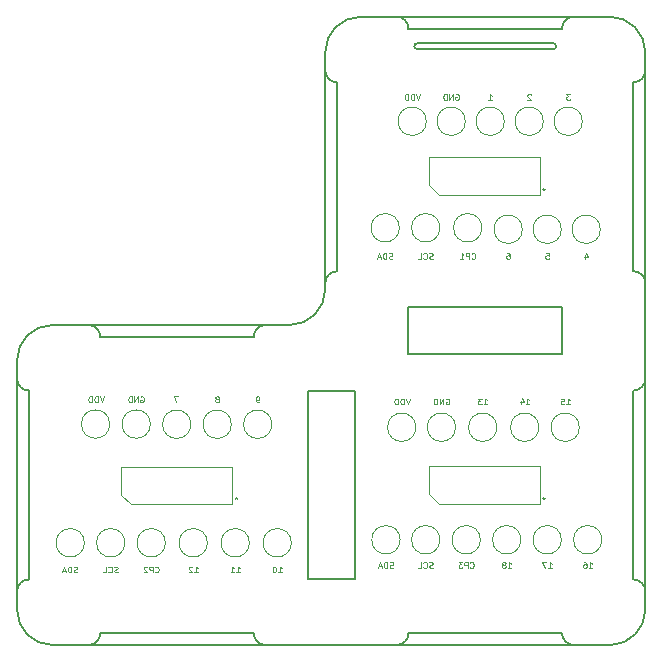
<source format=gbr>
%TF.GenerationSoftware,KiCad,Pcbnew,(5.1.10)-1*%
%TF.CreationDate,2023-07-23T11:40:44-05:00*%
%TF.ProjectId,perovskite_contact_board,7065726f-7673-46b6-9974-655f636f6e74,V3*%
%TF.SameCoordinates,Original*%
%TF.FileFunction,Legend,Bot*%
%TF.FilePolarity,Positive*%
%FSLAX46Y46*%
G04 Gerber Fmt 4.6, Leading zero omitted, Abs format (unit mm)*
G04 Created by KiCad (PCBNEW (5.1.10)-1) date 2023-07-23 11:40:44*
%MOMM*%
%LPD*%
G01*
G04 APERTURE LIST*
%ADD10C,0.100000*%
%ADD11C,0.200000*%
%ADD12C,0.120000*%
G04 APERTURE END LIST*
D10*
X141859000Y-111486190D02*
X141859000Y-111605238D01*
X141978047Y-111557619D02*
X141859000Y-111605238D01*
X141739952Y-111557619D01*
X141930428Y-111700476D02*
X141859000Y-111605238D01*
X141787571Y-111700476D01*
X167894000Y-111486190D02*
X167894000Y-111605238D01*
X168013047Y-111557619D02*
X167894000Y-111605238D01*
X167774952Y-111557619D01*
X167965428Y-111700476D02*
X167894000Y-111605238D01*
X167822571Y-111700476D01*
X167894000Y-85324190D02*
X167894000Y-85443238D01*
X168013047Y-85395619D02*
X167894000Y-85443238D01*
X167774952Y-85395619D01*
X167965428Y-85538476D02*
X167894000Y-85443238D01*
X167822571Y-85538476D01*
X133794452Y-103001000D02*
X133842071Y-102977190D01*
X133913500Y-102977190D01*
X133984928Y-103001000D01*
X134032547Y-103048619D01*
X134056357Y-103096238D01*
X134080166Y-103191476D01*
X134080166Y-103262904D01*
X134056357Y-103358142D01*
X134032547Y-103405761D01*
X133984928Y-103453380D01*
X133913500Y-103477190D01*
X133865880Y-103477190D01*
X133794452Y-103453380D01*
X133770642Y-103429571D01*
X133770642Y-103262904D01*
X133865880Y-103262904D01*
X133556357Y-103477190D02*
X133556357Y-102977190D01*
X133270642Y-103477190D01*
X133270642Y-102977190D01*
X133032547Y-103477190D02*
X133032547Y-102977190D01*
X132913500Y-102977190D01*
X132842071Y-103001000D01*
X132794452Y-103048619D01*
X132770642Y-103096238D01*
X132746833Y-103191476D01*
X132746833Y-103262904D01*
X132770642Y-103358142D01*
X132794452Y-103405761D01*
X132842071Y-103453380D01*
X132913500Y-103477190D01*
X133032547Y-103477190D01*
X130651166Y-102977190D02*
X130484500Y-103477190D01*
X130317833Y-102977190D01*
X130151166Y-103477190D02*
X130151166Y-102977190D01*
X130032119Y-102977190D01*
X129960690Y-103001000D01*
X129913071Y-103048619D01*
X129889261Y-103096238D01*
X129865452Y-103191476D01*
X129865452Y-103262904D01*
X129889261Y-103358142D01*
X129913071Y-103405761D01*
X129960690Y-103453380D01*
X130032119Y-103477190D01*
X130151166Y-103477190D01*
X129651166Y-103477190D02*
X129651166Y-102977190D01*
X129532119Y-102977190D01*
X129460690Y-103001000D01*
X129413071Y-103048619D01*
X129389261Y-103096238D01*
X129365452Y-103191476D01*
X129365452Y-103262904D01*
X129389261Y-103358142D01*
X129413071Y-103405761D01*
X129460690Y-103453380D01*
X129532119Y-103477190D01*
X129651166Y-103477190D01*
X159638952Y-103191500D02*
X159686571Y-103167690D01*
X159758000Y-103167690D01*
X159829428Y-103191500D01*
X159877047Y-103239119D01*
X159900857Y-103286738D01*
X159924666Y-103381976D01*
X159924666Y-103453404D01*
X159900857Y-103548642D01*
X159877047Y-103596261D01*
X159829428Y-103643880D01*
X159758000Y-103667690D01*
X159710380Y-103667690D01*
X159638952Y-103643880D01*
X159615142Y-103620071D01*
X159615142Y-103453404D01*
X159710380Y-103453404D01*
X159400857Y-103667690D02*
X159400857Y-103167690D01*
X159115142Y-103667690D01*
X159115142Y-103167690D01*
X158877047Y-103667690D02*
X158877047Y-103167690D01*
X158758000Y-103167690D01*
X158686571Y-103191500D01*
X158638952Y-103239119D01*
X158615142Y-103286738D01*
X158591333Y-103381976D01*
X158591333Y-103453404D01*
X158615142Y-103548642D01*
X158638952Y-103596261D01*
X158686571Y-103643880D01*
X158758000Y-103667690D01*
X158877047Y-103667690D01*
X156559166Y-103167690D02*
X156392500Y-103667690D01*
X156225833Y-103167690D01*
X156059166Y-103667690D02*
X156059166Y-103167690D01*
X155940119Y-103167690D01*
X155868690Y-103191500D01*
X155821071Y-103239119D01*
X155797261Y-103286738D01*
X155773452Y-103381976D01*
X155773452Y-103453404D01*
X155797261Y-103548642D01*
X155821071Y-103596261D01*
X155868690Y-103643880D01*
X155940119Y-103667690D01*
X156059166Y-103667690D01*
X155559166Y-103667690D02*
X155559166Y-103167690D01*
X155440119Y-103167690D01*
X155368690Y-103191500D01*
X155321071Y-103239119D01*
X155297261Y-103286738D01*
X155273452Y-103381976D01*
X155273452Y-103453404D01*
X155297261Y-103548642D01*
X155321071Y-103596261D01*
X155368690Y-103643880D01*
X155440119Y-103667690D01*
X155559166Y-103667690D01*
X131849738Y-117867880D02*
X131778309Y-117891690D01*
X131659261Y-117891690D01*
X131611642Y-117867880D01*
X131587833Y-117844071D01*
X131564023Y-117796452D01*
X131564023Y-117748833D01*
X131587833Y-117701214D01*
X131611642Y-117677404D01*
X131659261Y-117653595D01*
X131754500Y-117629785D01*
X131802119Y-117605976D01*
X131825928Y-117582166D01*
X131849738Y-117534547D01*
X131849738Y-117486928D01*
X131825928Y-117439309D01*
X131802119Y-117415500D01*
X131754500Y-117391690D01*
X131635452Y-117391690D01*
X131564023Y-117415500D01*
X131064023Y-117844071D02*
X131087833Y-117867880D01*
X131159261Y-117891690D01*
X131206880Y-117891690D01*
X131278309Y-117867880D01*
X131325928Y-117820261D01*
X131349738Y-117772642D01*
X131373547Y-117677404D01*
X131373547Y-117605976D01*
X131349738Y-117510738D01*
X131325928Y-117463119D01*
X131278309Y-117415500D01*
X131206880Y-117391690D01*
X131159261Y-117391690D01*
X131087833Y-117415500D01*
X131064023Y-117439309D01*
X130611642Y-117891690D02*
X130849738Y-117891690D01*
X130849738Y-117391690D01*
X128432642Y-117867880D02*
X128361214Y-117891690D01*
X128242166Y-117891690D01*
X128194547Y-117867880D01*
X128170738Y-117844071D01*
X128146928Y-117796452D01*
X128146928Y-117748833D01*
X128170738Y-117701214D01*
X128194547Y-117677404D01*
X128242166Y-117653595D01*
X128337404Y-117629785D01*
X128385023Y-117605976D01*
X128408833Y-117582166D01*
X128432642Y-117534547D01*
X128432642Y-117486928D01*
X128408833Y-117439309D01*
X128385023Y-117415500D01*
X128337404Y-117391690D01*
X128218357Y-117391690D01*
X128146928Y-117415500D01*
X127932642Y-117891690D02*
X127932642Y-117391690D01*
X127813595Y-117391690D01*
X127742166Y-117415500D01*
X127694547Y-117463119D01*
X127670738Y-117510738D01*
X127646928Y-117605976D01*
X127646928Y-117677404D01*
X127670738Y-117772642D01*
X127694547Y-117820261D01*
X127742166Y-117867880D01*
X127813595Y-117891690D01*
X127932642Y-117891690D01*
X127456452Y-117748833D02*
X127218357Y-117748833D01*
X127504071Y-117891690D02*
X127337404Y-117391690D01*
X127170738Y-117891690D01*
X158519738Y-117486880D02*
X158448309Y-117510690D01*
X158329261Y-117510690D01*
X158281642Y-117486880D01*
X158257833Y-117463071D01*
X158234023Y-117415452D01*
X158234023Y-117367833D01*
X158257833Y-117320214D01*
X158281642Y-117296404D01*
X158329261Y-117272595D01*
X158424500Y-117248785D01*
X158472119Y-117224976D01*
X158495928Y-117201166D01*
X158519738Y-117153547D01*
X158519738Y-117105928D01*
X158495928Y-117058309D01*
X158472119Y-117034500D01*
X158424500Y-117010690D01*
X158305452Y-117010690D01*
X158234023Y-117034500D01*
X157734023Y-117463071D02*
X157757833Y-117486880D01*
X157829261Y-117510690D01*
X157876880Y-117510690D01*
X157948309Y-117486880D01*
X157995928Y-117439261D01*
X158019738Y-117391642D01*
X158043547Y-117296404D01*
X158043547Y-117224976D01*
X158019738Y-117129738D01*
X157995928Y-117082119D01*
X157948309Y-117034500D01*
X157876880Y-117010690D01*
X157829261Y-117010690D01*
X157757833Y-117034500D01*
X157734023Y-117058309D01*
X157281642Y-117510690D02*
X157519738Y-117510690D01*
X157519738Y-117010690D01*
X155166142Y-117486880D02*
X155094714Y-117510690D01*
X154975666Y-117510690D01*
X154928047Y-117486880D01*
X154904238Y-117463071D01*
X154880428Y-117415452D01*
X154880428Y-117367833D01*
X154904238Y-117320214D01*
X154928047Y-117296404D01*
X154975666Y-117272595D01*
X155070904Y-117248785D01*
X155118523Y-117224976D01*
X155142333Y-117201166D01*
X155166142Y-117153547D01*
X155166142Y-117105928D01*
X155142333Y-117058309D01*
X155118523Y-117034500D01*
X155070904Y-117010690D01*
X154951857Y-117010690D01*
X154880428Y-117034500D01*
X154666142Y-117510690D02*
X154666142Y-117010690D01*
X154547095Y-117010690D01*
X154475666Y-117034500D01*
X154428047Y-117082119D01*
X154404238Y-117129738D01*
X154380428Y-117224976D01*
X154380428Y-117296404D01*
X154404238Y-117391642D01*
X154428047Y-117439261D01*
X154475666Y-117486880D01*
X154547095Y-117510690D01*
X154666142Y-117510690D01*
X154189952Y-117367833D02*
X153951857Y-117367833D01*
X154237571Y-117510690D02*
X154070904Y-117010690D01*
X153904238Y-117510690D01*
X136945666Y-102977190D02*
X136612333Y-102977190D01*
X136826619Y-103477190D01*
X140319119Y-103191476D02*
X140366738Y-103167666D01*
X140390547Y-103143857D01*
X140414357Y-103096238D01*
X140414357Y-103072428D01*
X140390547Y-103024809D01*
X140366738Y-103001000D01*
X140319119Y-102977190D01*
X140223880Y-102977190D01*
X140176261Y-103001000D01*
X140152452Y-103024809D01*
X140128642Y-103072428D01*
X140128642Y-103096238D01*
X140152452Y-103143857D01*
X140176261Y-103167666D01*
X140223880Y-103191476D01*
X140319119Y-103191476D01*
X140366738Y-103215285D01*
X140390547Y-103239095D01*
X140414357Y-103286714D01*
X140414357Y-103381952D01*
X140390547Y-103429571D01*
X140366738Y-103453380D01*
X140319119Y-103477190D01*
X140223880Y-103477190D01*
X140176261Y-103453380D01*
X140152452Y-103429571D01*
X140128642Y-103381952D01*
X140128642Y-103286714D01*
X140152452Y-103239095D01*
X140176261Y-103215285D01*
X140223880Y-103191476D01*
X143795738Y-103477190D02*
X143700500Y-103477190D01*
X143652880Y-103453380D01*
X143629071Y-103429571D01*
X143581452Y-103358142D01*
X143557642Y-103262904D01*
X143557642Y-103072428D01*
X143581452Y-103024809D01*
X143605261Y-103001000D01*
X143652880Y-102977190D01*
X143748119Y-102977190D01*
X143795738Y-103001000D01*
X143819547Y-103024809D01*
X143843357Y-103072428D01*
X143843357Y-103191476D01*
X143819547Y-103239095D01*
X143795738Y-103262904D01*
X143748119Y-103286714D01*
X143652880Y-103286714D01*
X143605261Y-103262904D01*
X143581452Y-103239095D01*
X143557642Y-103191476D01*
X135016833Y-117844071D02*
X135040642Y-117867880D01*
X135112071Y-117891690D01*
X135159690Y-117891690D01*
X135231119Y-117867880D01*
X135278738Y-117820261D01*
X135302547Y-117772642D01*
X135326357Y-117677404D01*
X135326357Y-117605976D01*
X135302547Y-117510738D01*
X135278738Y-117463119D01*
X135231119Y-117415500D01*
X135159690Y-117391690D01*
X135112071Y-117391690D01*
X135040642Y-117415500D01*
X135016833Y-117439309D01*
X134802547Y-117891690D02*
X134802547Y-117391690D01*
X134612071Y-117391690D01*
X134564452Y-117415500D01*
X134540642Y-117439309D01*
X134516833Y-117486928D01*
X134516833Y-117558357D01*
X134540642Y-117605976D01*
X134564452Y-117629785D01*
X134612071Y-117653595D01*
X134802547Y-117653595D01*
X134326357Y-117439309D02*
X134302547Y-117415500D01*
X134254928Y-117391690D01*
X134135880Y-117391690D01*
X134088261Y-117415500D01*
X134064452Y-117439309D01*
X134040642Y-117486928D01*
X134040642Y-117534547D01*
X134064452Y-117605976D01*
X134350166Y-117891690D01*
X134040642Y-117891690D01*
X138334738Y-117891690D02*
X138620452Y-117891690D01*
X138477595Y-117891690D02*
X138477595Y-117391690D01*
X138525214Y-117463119D01*
X138572833Y-117510738D01*
X138620452Y-117534547D01*
X138144261Y-117439309D02*
X138120452Y-117415500D01*
X138072833Y-117391690D01*
X137953785Y-117391690D01*
X137906166Y-117415500D01*
X137882357Y-117439309D01*
X137858547Y-117486928D01*
X137858547Y-117534547D01*
X137882357Y-117605976D01*
X138168071Y-117891690D01*
X137858547Y-117891690D01*
X141890738Y-117891690D02*
X142176452Y-117891690D01*
X142033595Y-117891690D02*
X142033595Y-117391690D01*
X142081214Y-117463119D01*
X142128833Y-117510738D01*
X142176452Y-117534547D01*
X141414547Y-117891690D02*
X141700261Y-117891690D01*
X141557404Y-117891690D02*
X141557404Y-117391690D01*
X141605023Y-117463119D01*
X141652642Y-117510738D01*
X141700261Y-117534547D01*
X145446738Y-117891690D02*
X145732452Y-117891690D01*
X145589595Y-117891690D02*
X145589595Y-117391690D01*
X145637214Y-117463119D01*
X145684833Y-117510738D01*
X145732452Y-117534547D01*
X145137214Y-117391690D02*
X145089595Y-117391690D01*
X145041976Y-117415500D01*
X145018166Y-117439309D01*
X144994357Y-117486928D01*
X144970547Y-117582166D01*
X144970547Y-117701214D01*
X144994357Y-117796452D01*
X145018166Y-117844071D01*
X145041976Y-117867880D01*
X145089595Y-117891690D01*
X145137214Y-117891690D01*
X145184833Y-117867880D01*
X145208642Y-117844071D01*
X145232452Y-117796452D01*
X145256261Y-117701214D01*
X145256261Y-117582166D01*
X145232452Y-117486928D01*
X145208642Y-117439309D01*
X145184833Y-117415500D01*
X145137214Y-117391690D01*
X164877738Y-117510690D02*
X165163452Y-117510690D01*
X165020595Y-117510690D02*
X165020595Y-117010690D01*
X165068214Y-117082119D01*
X165115833Y-117129738D01*
X165163452Y-117153547D01*
X164592023Y-117224976D02*
X164639642Y-117201166D01*
X164663452Y-117177357D01*
X164687261Y-117129738D01*
X164687261Y-117105928D01*
X164663452Y-117058309D01*
X164639642Y-117034500D01*
X164592023Y-117010690D01*
X164496785Y-117010690D01*
X164449166Y-117034500D01*
X164425357Y-117058309D01*
X164401547Y-117105928D01*
X164401547Y-117129738D01*
X164425357Y-117177357D01*
X164449166Y-117201166D01*
X164496785Y-117224976D01*
X164592023Y-117224976D01*
X164639642Y-117248785D01*
X164663452Y-117272595D01*
X164687261Y-117320214D01*
X164687261Y-117415452D01*
X164663452Y-117463071D01*
X164639642Y-117486880D01*
X164592023Y-117510690D01*
X164496785Y-117510690D01*
X164449166Y-117486880D01*
X164425357Y-117463071D01*
X164401547Y-117415452D01*
X164401547Y-117320214D01*
X164425357Y-117272595D01*
X164449166Y-117248785D01*
X164496785Y-117224976D01*
X168306738Y-117510690D02*
X168592452Y-117510690D01*
X168449595Y-117510690D02*
X168449595Y-117010690D01*
X168497214Y-117082119D01*
X168544833Y-117129738D01*
X168592452Y-117153547D01*
X168140071Y-117010690D02*
X167806738Y-117010690D01*
X168021023Y-117510690D01*
X171735738Y-117510690D02*
X172021452Y-117510690D01*
X171878595Y-117510690D02*
X171878595Y-117010690D01*
X171926214Y-117082119D01*
X171973833Y-117129738D01*
X172021452Y-117153547D01*
X171307166Y-117010690D02*
X171402404Y-117010690D01*
X171450023Y-117034500D01*
X171473833Y-117058309D01*
X171521452Y-117129738D01*
X171545261Y-117224976D01*
X171545261Y-117415452D01*
X171521452Y-117463071D01*
X171497642Y-117486880D01*
X171450023Y-117510690D01*
X171354785Y-117510690D01*
X171307166Y-117486880D01*
X171283357Y-117463071D01*
X171259547Y-117415452D01*
X171259547Y-117296404D01*
X171283357Y-117248785D01*
X171307166Y-117224976D01*
X171354785Y-117201166D01*
X171450023Y-117201166D01*
X171497642Y-117224976D01*
X171521452Y-117248785D01*
X171545261Y-117296404D01*
X161686833Y-117463071D02*
X161710642Y-117486880D01*
X161782071Y-117510690D01*
X161829690Y-117510690D01*
X161901119Y-117486880D01*
X161948738Y-117439261D01*
X161972547Y-117391642D01*
X161996357Y-117296404D01*
X161996357Y-117224976D01*
X161972547Y-117129738D01*
X161948738Y-117082119D01*
X161901119Y-117034500D01*
X161829690Y-117010690D01*
X161782071Y-117010690D01*
X161710642Y-117034500D01*
X161686833Y-117058309D01*
X161472547Y-117510690D02*
X161472547Y-117010690D01*
X161282071Y-117010690D01*
X161234452Y-117034500D01*
X161210642Y-117058309D01*
X161186833Y-117105928D01*
X161186833Y-117177357D01*
X161210642Y-117224976D01*
X161234452Y-117248785D01*
X161282071Y-117272595D01*
X161472547Y-117272595D01*
X161020166Y-117010690D02*
X160710642Y-117010690D01*
X160877309Y-117201166D01*
X160805880Y-117201166D01*
X160758261Y-117224976D01*
X160734452Y-117248785D01*
X160710642Y-117296404D01*
X160710642Y-117415452D01*
X160734452Y-117463071D01*
X160758261Y-117486880D01*
X160805880Y-117510690D01*
X160948738Y-117510690D01*
X160996357Y-117486880D01*
X161020166Y-117463071D01*
X157448166Y-77386690D02*
X157281500Y-77886690D01*
X157114833Y-77386690D01*
X156948166Y-77886690D02*
X156948166Y-77386690D01*
X156829119Y-77386690D01*
X156757690Y-77410500D01*
X156710071Y-77458119D01*
X156686261Y-77505738D01*
X156662452Y-77600976D01*
X156662452Y-77672404D01*
X156686261Y-77767642D01*
X156710071Y-77815261D01*
X156757690Y-77862880D01*
X156829119Y-77886690D01*
X156948166Y-77886690D01*
X156448166Y-77886690D02*
X156448166Y-77386690D01*
X156329119Y-77386690D01*
X156257690Y-77410500D01*
X156210071Y-77458119D01*
X156186261Y-77505738D01*
X156162452Y-77600976D01*
X156162452Y-77672404D01*
X156186261Y-77767642D01*
X156210071Y-77815261D01*
X156257690Y-77862880D01*
X156329119Y-77886690D01*
X156448166Y-77886690D01*
X155102642Y-91324880D02*
X155031214Y-91348690D01*
X154912166Y-91348690D01*
X154864547Y-91324880D01*
X154840738Y-91301071D01*
X154816928Y-91253452D01*
X154816928Y-91205833D01*
X154840738Y-91158214D01*
X154864547Y-91134404D01*
X154912166Y-91110595D01*
X155007404Y-91086785D01*
X155055023Y-91062976D01*
X155078833Y-91039166D01*
X155102642Y-90991547D01*
X155102642Y-90943928D01*
X155078833Y-90896309D01*
X155055023Y-90872500D01*
X155007404Y-90848690D01*
X154888357Y-90848690D01*
X154816928Y-90872500D01*
X154602642Y-91348690D02*
X154602642Y-90848690D01*
X154483595Y-90848690D01*
X154412166Y-90872500D01*
X154364547Y-90920119D01*
X154340738Y-90967738D01*
X154316928Y-91062976D01*
X154316928Y-91134404D01*
X154340738Y-91229642D01*
X154364547Y-91277261D01*
X154412166Y-91324880D01*
X154483595Y-91348690D01*
X154602642Y-91348690D01*
X154126452Y-91205833D02*
X153888357Y-91205833D01*
X154174071Y-91348690D02*
X154007404Y-90848690D01*
X153840738Y-91348690D01*
X158519738Y-91324880D02*
X158448309Y-91348690D01*
X158329261Y-91348690D01*
X158281642Y-91324880D01*
X158257833Y-91301071D01*
X158234023Y-91253452D01*
X158234023Y-91205833D01*
X158257833Y-91158214D01*
X158281642Y-91134404D01*
X158329261Y-91110595D01*
X158424500Y-91086785D01*
X158472119Y-91062976D01*
X158495928Y-91039166D01*
X158519738Y-90991547D01*
X158519738Y-90943928D01*
X158495928Y-90896309D01*
X158472119Y-90872500D01*
X158424500Y-90848690D01*
X158305452Y-90848690D01*
X158234023Y-90872500D01*
X157734023Y-91301071D02*
X157757833Y-91324880D01*
X157829261Y-91348690D01*
X157876880Y-91348690D01*
X157948309Y-91324880D01*
X157995928Y-91277261D01*
X158019738Y-91229642D01*
X158043547Y-91134404D01*
X158043547Y-91062976D01*
X158019738Y-90967738D01*
X157995928Y-90920119D01*
X157948309Y-90872500D01*
X157876880Y-90848690D01*
X157829261Y-90848690D01*
X157757833Y-90872500D01*
X157734023Y-90896309D01*
X157281642Y-91348690D02*
X157519738Y-91348690D01*
X157519738Y-90848690D01*
X162845738Y-103667690D02*
X163131452Y-103667690D01*
X162988595Y-103667690D02*
X162988595Y-103167690D01*
X163036214Y-103239119D01*
X163083833Y-103286738D01*
X163131452Y-103310547D01*
X162679071Y-103167690D02*
X162369547Y-103167690D01*
X162536214Y-103358166D01*
X162464785Y-103358166D01*
X162417166Y-103381976D01*
X162393357Y-103405785D01*
X162369547Y-103453404D01*
X162369547Y-103572452D01*
X162393357Y-103620071D01*
X162417166Y-103643880D01*
X162464785Y-103667690D01*
X162607642Y-103667690D01*
X162655261Y-103643880D01*
X162679071Y-103620071D01*
X166401738Y-103667690D02*
X166687452Y-103667690D01*
X166544595Y-103667690D02*
X166544595Y-103167690D01*
X166592214Y-103239119D01*
X166639833Y-103286738D01*
X166687452Y-103310547D01*
X165973166Y-103334357D02*
X165973166Y-103667690D01*
X166092214Y-103143880D02*
X166211261Y-103501023D01*
X165901738Y-103501023D01*
X169830738Y-103667690D02*
X170116452Y-103667690D01*
X169973595Y-103667690D02*
X169973595Y-103167690D01*
X170021214Y-103239119D01*
X170068833Y-103286738D01*
X170116452Y-103310547D01*
X169378357Y-103167690D02*
X169616452Y-103167690D01*
X169640261Y-103405785D01*
X169616452Y-103381976D01*
X169568833Y-103358166D01*
X169449785Y-103358166D01*
X169402166Y-103381976D01*
X169378357Y-103405785D01*
X169354547Y-103453404D01*
X169354547Y-103572452D01*
X169378357Y-103620071D01*
X169402166Y-103643880D01*
X169449785Y-103667690D01*
X169568833Y-103667690D01*
X169616452Y-103643880D01*
X169640261Y-103620071D01*
X161813833Y-91301071D02*
X161837642Y-91324880D01*
X161909071Y-91348690D01*
X161956690Y-91348690D01*
X162028119Y-91324880D01*
X162075738Y-91277261D01*
X162099547Y-91229642D01*
X162123357Y-91134404D01*
X162123357Y-91062976D01*
X162099547Y-90967738D01*
X162075738Y-90920119D01*
X162028119Y-90872500D01*
X161956690Y-90848690D01*
X161909071Y-90848690D01*
X161837642Y-90872500D01*
X161813833Y-90896309D01*
X161599547Y-91348690D02*
X161599547Y-90848690D01*
X161409071Y-90848690D01*
X161361452Y-90872500D01*
X161337642Y-90896309D01*
X161313833Y-90943928D01*
X161313833Y-91015357D01*
X161337642Y-91062976D01*
X161361452Y-91086785D01*
X161409071Y-91110595D01*
X161599547Y-91110595D01*
X160837642Y-91348690D02*
X161123357Y-91348690D01*
X160980500Y-91348690D02*
X160980500Y-90848690D01*
X161028119Y-90920119D01*
X161075738Y-90967738D01*
X161123357Y-90991547D01*
X164814261Y-90848690D02*
X164909500Y-90848690D01*
X164957119Y-90872500D01*
X164980928Y-90896309D01*
X165028547Y-90967738D01*
X165052357Y-91062976D01*
X165052357Y-91253452D01*
X165028547Y-91301071D01*
X165004738Y-91324880D01*
X164957119Y-91348690D01*
X164861880Y-91348690D01*
X164814261Y-91324880D01*
X164790452Y-91301071D01*
X164766642Y-91253452D01*
X164766642Y-91134404D01*
X164790452Y-91086785D01*
X164814261Y-91062976D01*
X164861880Y-91039166D01*
X164957119Y-91039166D01*
X165004738Y-91062976D01*
X165028547Y-91086785D01*
X165052357Y-91134404D01*
X168092452Y-90848690D02*
X168330547Y-90848690D01*
X168354357Y-91086785D01*
X168330547Y-91062976D01*
X168282928Y-91039166D01*
X168163880Y-91039166D01*
X168116261Y-91062976D01*
X168092452Y-91086785D01*
X168068642Y-91134404D01*
X168068642Y-91253452D01*
X168092452Y-91301071D01*
X168116261Y-91324880D01*
X168163880Y-91348690D01*
X168282928Y-91348690D01*
X168330547Y-91324880D01*
X168354357Y-91301071D01*
X171418261Y-91015357D02*
X171418261Y-91348690D01*
X171537309Y-90824880D02*
X171656357Y-91182023D01*
X171346833Y-91182023D01*
X170156166Y-77386690D02*
X169846642Y-77386690D01*
X170013309Y-77577166D01*
X169941880Y-77577166D01*
X169894261Y-77600976D01*
X169870452Y-77624785D01*
X169846642Y-77672404D01*
X169846642Y-77791452D01*
X169870452Y-77839071D01*
X169894261Y-77862880D01*
X169941880Y-77886690D01*
X170084738Y-77886690D01*
X170132357Y-77862880D01*
X170156166Y-77839071D01*
X166830357Y-77434309D02*
X166806547Y-77410500D01*
X166758928Y-77386690D01*
X166639880Y-77386690D01*
X166592261Y-77410500D01*
X166568452Y-77434309D01*
X166544642Y-77481928D01*
X166544642Y-77529547D01*
X166568452Y-77600976D01*
X166854166Y-77886690D01*
X166544642Y-77886690D01*
X163242642Y-77886690D02*
X163528357Y-77886690D01*
X163385500Y-77886690D02*
X163385500Y-77386690D01*
X163433119Y-77458119D01*
X163480738Y-77505738D01*
X163528357Y-77529547D01*
X160464452Y-77410500D02*
X160512071Y-77386690D01*
X160583500Y-77386690D01*
X160654928Y-77410500D01*
X160702547Y-77458119D01*
X160726357Y-77505738D01*
X160750166Y-77600976D01*
X160750166Y-77672404D01*
X160726357Y-77767642D01*
X160702547Y-77815261D01*
X160654928Y-77862880D01*
X160583500Y-77886690D01*
X160535880Y-77886690D01*
X160464452Y-77862880D01*
X160440642Y-77839071D01*
X160440642Y-77672404D01*
X160535880Y-77672404D01*
X160226357Y-77886690D02*
X160226357Y-77386690D01*
X159940642Y-77886690D01*
X159940642Y-77386690D01*
X159702547Y-77886690D02*
X159702547Y-77386690D01*
X159583500Y-77386690D01*
X159512071Y-77410500D01*
X159464452Y-77458119D01*
X159440642Y-77505738D01*
X159416833Y-77600976D01*
X159416833Y-77672404D01*
X159440642Y-77767642D01*
X159464452Y-77815261D01*
X159512071Y-77862880D01*
X159583500Y-77886690D01*
X159702547Y-77886690D01*
D11*
X124319501Y-102488499D02*
G75*
G02*
X123319501Y-101488499I0J1000000D01*
G01*
X123319501Y-119488499D02*
G75*
G02*
X124319501Y-118488499I1000000J0D01*
G01*
X130369501Y-123038499D02*
G75*
G02*
X129369501Y-124038499I-1000000J0D01*
G01*
X143369501Y-97938499D02*
G75*
G02*
X144369501Y-96938499I1000000J0D01*
G01*
X129369501Y-96938499D02*
G75*
G02*
X130369501Y-97938499I0J-1000000D01*
G01*
X143369501Y-97938499D02*
X130369501Y-97938499D01*
X130369501Y-123038499D02*
X143369501Y-123038499D01*
X124319501Y-102488499D02*
X124319501Y-118488499D01*
X150419500Y-76388500D02*
X150419500Y-92388500D01*
X147919500Y-118488499D02*
X147919500Y-102488499D01*
X170469500Y-124038499D02*
G75*
G02*
X169469500Y-123038499I0J1000000D01*
G01*
X156469500Y-123038499D02*
G75*
G02*
X155469500Y-124038499I-1000000J0D01*
G01*
X126319501Y-124038499D02*
G75*
G02*
X123319501Y-121038499I0J3000000D01*
G01*
X152419500Y-70838500D02*
X173519500Y-70838500D01*
X123319501Y-121038499D02*
X123319501Y-99938499D01*
X151919500Y-102488499D02*
X151919500Y-118488499D01*
X149419500Y-73838500D02*
G75*
G02*
X152419500Y-70838500I3000000J0D01*
G01*
X151919500Y-118488499D02*
X147919500Y-118488499D01*
X176519500Y-121038499D02*
G75*
G02*
X173519500Y-124038499I-3000000J0D01*
G01*
X150419500Y-76388500D02*
G75*
G02*
X149419500Y-75388500I0J1000000D01*
G01*
X126319501Y-96938499D02*
X146419500Y-96938499D01*
X155469500Y-70838500D02*
G75*
G02*
X156469500Y-71838500I0J-1000000D01*
G01*
X176519500Y-75388500D02*
X176519500Y-73838500D01*
X149419500Y-93938499D02*
G75*
G02*
X146419500Y-96938499I-3000000J0D01*
G01*
X175519500Y-92388500D02*
G75*
G02*
X176519500Y-93388500I0J-1000000D01*
G01*
X123319501Y-99938499D02*
G75*
G02*
X126319501Y-96938499I3000000J0D01*
G01*
X175519500Y-118488499D02*
X175519500Y-102488499D01*
X176519500Y-101488499D02*
G75*
G02*
X175519500Y-102488499I-1000000J0D01*
G01*
X175519500Y-118488499D02*
G75*
G02*
X176519500Y-119488499I0J-1000000D01*
G01*
X156469500Y-99438499D02*
X156469500Y-95438499D01*
X173519500Y-124038499D02*
X126319501Y-124038499D01*
X156469500Y-95438499D02*
X169469500Y-95438499D01*
X173519500Y-70838500D02*
G75*
G02*
X176519500Y-73838500I0J-3000000D01*
G01*
X157219500Y-73088500D02*
X168719500Y-73088500D01*
X147919500Y-102488499D02*
X151919500Y-102488499D01*
X169469500Y-95438499D02*
X169469500Y-99438499D01*
X169469500Y-99438499D02*
X156469500Y-99438499D01*
X176519500Y-73838500D02*
X176519500Y-121038499D01*
X149419500Y-93938499D02*
X149419500Y-73838500D01*
X169469500Y-71838500D02*
X156469500Y-71838500D01*
X176519500Y-75388500D02*
G75*
G02*
X175519500Y-76388500I-1000000J0D01*
G01*
X144369501Y-124038499D02*
G75*
G02*
X143369501Y-123038499I0J1000000D01*
G01*
X169469500Y-71838500D02*
G75*
G02*
X170469500Y-70838500I1000000J0D01*
G01*
X156469500Y-123038499D02*
X169469500Y-123038499D01*
X175519500Y-92388500D02*
X175519500Y-76388500D01*
X149419500Y-93388500D02*
G75*
G02*
X150419500Y-92388500I1000000J0D01*
G01*
X168719500Y-73088500D02*
G75*
G02*
X168719500Y-73588500I0J-250000D01*
G01*
X157219500Y-73588500D02*
G75*
G02*
X157219500Y-73088500I0J250000D01*
G01*
X157219500Y-73588500D02*
X168719500Y-73588500D01*
D12*
%TO.C,JP103.8*%
X129025500Y-115379500D02*
G75*
G03*
X129025500Y-115379500I-1200000J0D01*
G01*
%TO.C,JP103.11*%
X159124500Y-115125500D02*
G75*
G03*
X159124500Y-115125500I-1200000J0D01*
G01*
%TO.C,JP103.7*%
X132454500Y-115379500D02*
G75*
G03*
X132454500Y-115379500I-1200000J0D01*
G01*
%TO.C,JP103.10*%
X157092500Y-105600500D02*
G75*
G03*
X157092500Y-105600500I-1200000J0D01*
G01*
%TO.C,JP103.6*%
X131170500Y-105332500D02*
G75*
G03*
X131170500Y-105332500I-1200000J0D01*
G01*
%TO.C,JP103.12*%
X155759000Y-115125500D02*
G75*
G03*
X155759000Y-115125500I-1200000J0D01*
G01*
%TO.C,JP103.5*%
X134613500Y-105332500D02*
G75*
G03*
X134613500Y-105332500I-1200000J0D01*
G01*
%TO.C,JP103.9*%
X160458000Y-105600500D02*
G75*
G03*
X160458000Y-105600500I-1200000J0D01*
G01*
%TO.C,JP103.4*%
X155695500Y-88709500D02*
G75*
G03*
X155695500Y-88709500I-1200000J0D01*
G01*
%TO.C,JP103.3*%
X159124500Y-88709500D02*
G75*
G03*
X159124500Y-88709500I-1200000J0D01*
G01*
%TO.C,JP103.2*%
X157981500Y-79692500D02*
G75*
G03*
X157981500Y-79692500I-1200000J0D01*
G01*
%TO.C,JP103.1*%
X161283500Y-79692500D02*
G75*
G03*
X161283500Y-79692500I-1200000J0D01*
G01*
%TO.C,JP102.7*%
X162553500Y-115125500D02*
G75*
G03*
X162553500Y-115125500I-1200000J0D01*
G01*
%TO.C,JP102.6*%
X165982500Y-115125500D02*
G75*
G03*
X165982500Y-115125500I-1200000J0D01*
G01*
%TO.C,JP102.5*%
X169411500Y-115125500D02*
G75*
G03*
X169411500Y-115125500I-1200000J0D01*
G01*
%TO.C,JP102.4*%
X172840500Y-115125500D02*
G75*
G03*
X172840500Y-115125500I-1200000J0D01*
G01*
%TO.C,JP102.3*%
X170935500Y-105600500D02*
G75*
G03*
X170935500Y-105600500I-1200000J0D01*
G01*
%TO.C,JP102.2*%
X167506500Y-105600500D02*
G75*
G03*
X167506500Y-105600500I-1200000J0D01*
G01*
%TO.C,JP102.1*%
X163950500Y-105600500D02*
G75*
G03*
X163950500Y-105600500I-1200000J0D01*
G01*
%TO.C,JP101.7*%
X135883500Y-115379500D02*
G75*
G03*
X135883500Y-115379500I-1200000J0D01*
G01*
%TO.C,JP101.1*%
X138042500Y-105346500D02*
G75*
G03*
X138042500Y-105346500I-1200000J0D01*
G01*
%TO.C,JP101.2*%
X141471500Y-105346500D02*
G75*
G03*
X141471500Y-105346500I-1200000J0D01*
G01*
%TO.C,JP101.3*%
X144900500Y-105346500D02*
G75*
G03*
X144900500Y-105346500I-1200000J0D01*
G01*
%TO.C,JP101.4*%
X146551500Y-115379500D02*
G75*
G03*
X146551500Y-115379500I-1200000J0D01*
G01*
%TO.C,JP101.5*%
X142995500Y-115379500D02*
G75*
G03*
X142995500Y-115379500I-1200000J0D01*
G01*
%TO.C,JP101.6*%
X139439500Y-115379500D02*
G75*
G03*
X139439500Y-115379500I-1200000J0D01*
G01*
%TO.C,JP100.7*%
X162680500Y-88709500D02*
G75*
G03*
X162680500Y-88709500I-1200000J0D01*
G01*
%TO.C,JP100.6*%
X166109500Y-88836500D02*
G75*
G03*
X166109500Y-88836500I-1200000J0D01*
G01*
%TO.C,JP100.5*%
X169411500Y-88836500D02*
G75*
G03*
X169411500Y-88836500I-1200000J0D01*
G01*
%TO.C,JP100.4*%
X172713500Y-88836500D02*
G75*
G03*
X172713500Y-88836500I-1200000J0D01*
G01*
%TO.C,JP100.3*%
X171189500Y-79692500D02*
G75*
G03*
X171189500Y-79692500I-1200000J0D01*
G01*
%TO.C,JP100.2*%
X167887500Y-79692500D02*
G75*
G03*
X167887500Y-79692500I-1200000J0D01*
G01*
%TO.C,JP100.1*%
X164585500Y-79692500D02*
G75*
G03*
X164585500Y-79692500I-1200000J0D01*
G01*
%TO.C,U6*%
X158241000Y-108905000D02*
X158241000Y-111275000D01*
X167641000Y-108905000D02*
X158241000Y-108905000D01*
X167641000Y-112075000D02*
X167641000Y-108905000D01*
X159041000Y-112075000D02*
X167641000Y-112075000D01*
X158241000Y-111275000D02*
X159041000Y-112075000D01*
%TO.C,U5*%
X132142500Y-108968500D02*
X132142500Y-111338500D01*
X141542500Y-108968500D02*
X132142500Y-108968500D01*
X141542500Y-112138500D02*
X141542500Y-108968500D01*
X132942500Y-112138500D02*
X141542500Y-112138500D01*
X132142500Y-111338500D02*
X132942500Y-112138500D01*
%TO.C,U4*%
X158241000Y-82743000D02*
X158241000Y-85113000D01*
X167641000Y-82743000D02*
X158241000Y-82743000D01*
X167641000Y-85913000D02*
X167641000Y-82743000D01*
X159041000Y-85913000D02*
X167641000Y-85913000D01*
X158241000Y-85113000D02*
X159041000Y-85913000D01*
%TD*%
M02*

</source>
